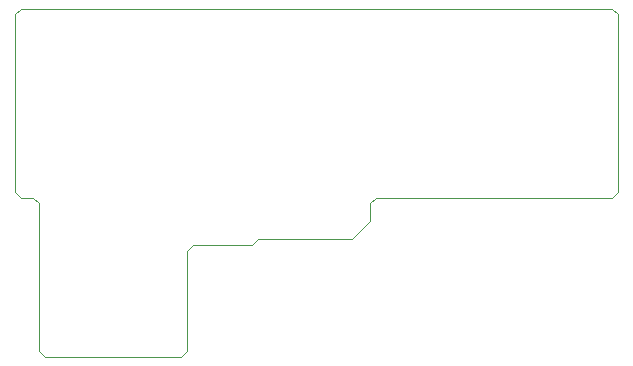
<source format=gbr>
%TF.GenerationSoftware,KiCad,Pcbnew,9.0.2*%
%TF.CreationDate,2025-06-02T23:01:05+02:00*%
%TF.ProjectId,receiver_board,72656365-6976-4657-925f-626f6172642e,rev?*%
%TF.SameCoordinates,Original*%
%TF.FileFunction,Profile,NP*%
%FSLAX46Y46*%
G04 Gerber Fmt 4.6, Leading zero omitted, Abs format (unit mm)*
G04 Created by KiCad (PCBNEW 9.0.2) date 2025-06-02 23:01:05*
%MOMM*%
%LPD*%
G01*
G04 APERTURE LIST*
%TA.AperFunction,Profile*%
%ADD10C,0.050000*%
%TD*%
G04 APERTURE END LIST*
D10*
X73500000Y-18500000D02*
X73500000Y-33500000D01*
X73000000Y-34000000D01*
X53000000Y-34000000D01*
X52500000Y-34500000D01*
X52500000Y-36000000D01*
X51000000Y-37500000D01*
X43000000Y-37500000D01*
X42500000Y-38000000D01*
X37500000Y-38000000D01*
X37000000Y-38500000D01*
X37000000Y-47000000D01*
X36500000Y-47500000D01*
X25000000Y-47500000D01*
X24500000Y-47000000D01*
X24500000Y-34500000D01*
X24000000Y-34000000D01*
X23000000Y-34000000D01*
X22500000Y-33500000D01*
X22500000Y-18500000D01*
X23000000Y-18000000D01*
X73000000Y-18000000D01*
X73500000Y-18500000D01*
M02*

</source>
